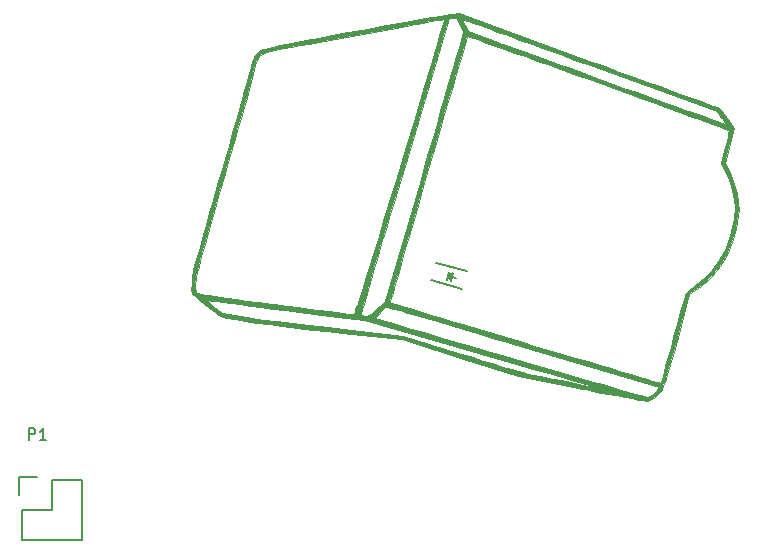
<source format=gbr>
G04 #@! TF.FileFunction,Legend,Top*
%FSLAX46Y46*%
G04 Gerber Fmt 4.6, Leading zero omitted, Abs format (unit mm)*
G04 Created by KiCad (PCBNEW 4.0.2+dfsg1-stable) date Wed 11 Jul 2018 09:54:29 PM CDT*
%MOMM*%
G01*
G04 APERTURE LIST*
%ADD10C,0.100000*%
%ADD11C,0.150000*%
%ADD12C,0.010000*%
G04 APERTURE END LIST*
D10*
D11*
X120180404Y-108260334D02*
X122788404Y-108959145D01*
X120568633Y-106811445D02*
X123176633Y-107510257D01*
X121784585Y-108069007D02*
X121849289Y-107827526D01*
X121849289Y-107827526D02*
X121665578Y-107933592D01*
X121672513Y-107521339D02*
X121491339Y-108197487D01*
X121920000Y-107950000D02*
X122258074Y-108040587D01*
X121581926Y-107859413D02*
X122010587Y-107611926D01*
X122010587Y-107611926D02*
X121829413Y-108288074D01*
X121829413Y-108288074D02*
X121581926Y-107859413D01*
D12*
G36*
X133523046Y-89656523D02*
X134835320Y-90131137D01*
X136103240Y-90589923D01*
X137317743Y-91029592D01*
X138469767Y-91446853D01*
X139550248Y-91838418D01*
X140550122Y-92200995D01*
X141460328Y-92531295D01*
X142271800Y-92826028D01*
X142975478Y-93081905D01*
X143562296Y-93295636D01*
X144023193Y-93463931D01*
X144349105Y-93583500D01*
X144530968Y-93651053D01*
X144567729Y-93665595D01*
X144617934Y-93736438D01*
X144749524Y-93916473D01*
X144942876Y-94178982D01*
X145178368Y-94497247D01*
X145193831Y-94518102D01*
X145812617Y-95352538D01*
X145061561Y-98353776D01*
X145295267Y-98761825D01*
X145583918Y-99367066D01*
X145829984Y-100078956D01*
X146021758Y-100844783D01*
X146147536Y-101611831D01*
X146195610Y-102327389D01*
X146179356Y-102743000D01*
X145990536Y-103916276D01*
X145654755Y-105042655D01*
X145181785Y-106105068D01*
X144581394Y-107086451D01*
X143863354Y-107969736D01*
X143037435Y-108737858D01*
X142535051Y-109108900D01*
X142025770Y-109453301D01*
X140935586Y-113393864D01*
X140681993Y-114308440D01*
X140467885Y-115074575D01*
X140288445Y-115707261D01*
X140138860Y-116221493D01*
X140014314Y-116632266D01*
X139909991Y-116954572D01*
X139821076Y-117203407D01*
X139742754Y-117393764D01*
X139670210Y-117540637D01*
X139598628Y-117659020D01*
X139538751Y-117743380D01*
X139137296Y-118153019D01*
X138662135Y-118416000D01*
X138472333Y-118473657D01*
X138361792Y-118464468D01*
X138099711Y-118424157D01*
X137700471Y-118355415D01*
X137178457Y-118260934D01*
X136548049Y-118143406D01*
X135823630Y-118005521D01*
X135019583Y-117849972D01*
X134150291Y-117679449D01*
X133230135Y-117496645D01*
X132926666Y-117435867D01*
X132207504Y-117291555D01*
X134055555Y-117291555D01*
X134067177Y-117341889D01*
X134112000Y-117348000D01*
X134181690Y-117317021D01*
X134168444Y-117291555D01*
X134067964Y-117281422D01*
X134055555Y-117291555D01*
X132207504Y-117291555D01*
X127550333Y-116357016D01*
X122639666Y-114812782D01*
X117729000Y-113268548D01*
X112649000Y-112728008D01*
X111338126Y-112584802D01*
X110040966Y-112435940D01*
X108775583Y-112283838D01*
X107560040Y-112130913D01*
X106412403Y-111979581D01*
X105350734Y-111832257D01*
X104393097Y-111691357D01*
X103557556Y-111559298D01*
X102862176Y-111438496D01*
X102531333Y-111374770D01*
X102390219Y-111308848D01*
X102147342Y-111157022D01*
X101832830Y-110939585D01*
X101476813Y-110676831D01*
X101346000Y-110576383D01*
X100867390Y-110207194D01*
X100503422Y-109925450D01*
X100501872Y-109924189D01*
X101126124Y-109924189D01*
X101182826Y-109980142D01*
X101344536Y-110118875D01*
X101584035Y-110317388D01*
X101784292Y-110480328D01*
X102453402Y-111020989D01*
X104998440Y-111432937D01*
X105959162Y-111579686D01*
X107084151Y-111735627D01*
X108368622Y-111900163D01*
X109807791Y-112072698D01*
X111396876Y-112252634D01*
X112678573Y-112391486D01*
X117813666Y-112938087D01*
X122682000Y-114473895D01*
X123693051Y-114792664D01*
X124562299Y-115065761D01*
X125309405Y-115298537D01*
X125954028Y-115496343D01*
X126515829Y-115664531D01*
X127014467Y-115808452D01*
X127469604Y-115933458D01*
X127900898Y-116044900D01*
X128328011Y-116148130D01*
X128770603Y-116248499D01*
X129248333Y-116351359D01*
X129780862Y-116462061D01*
X130387849Y-116585957D01*
X130598333Y-116628718D01*
X131533651Y-116817474D01*
X132308612Y-116971185D01*
X132928329Y-117090762D01*
X133397915Y-117177117D01*
X133722486Y-117231160D01*
X133907153Y-117253803D01*
X133957033Y-117245958D01*
X133900333Y-117217178D01*
X133809571Y-117190083D01*
X133566139Y-117119296D01*
X133180162Y-117007726D01*
X132661765Y-116858282D01*
X132021073Y-116673874D01*
X131268210Y-116457411D01*
X130413302Y-116211802D01*
X129466473Y-115939956D01*
X128437849Y-115644783D01*
X127337553Y-115329191D01*
X126175712Y-114996090D01*
X124962450Y-114648389D01*
X124163666Y-114419545D01*
X114511666Y-111654698D01*
X112946382Y-111450358D01*
X115405627Y-111450358D01*
X115440156Y-111463273D01*
X115537223Y-111494116D01*
X115702115Y-111544430D01*
X115940121Y-111615756D01*
X116256528Y-111709635D01*
X116656624Y-111827608D01*
X117145697Y-111971217D01*
X117729033Y-112142004D01*
X118411922Y-112341510D01*
X119199650Y-112571275D01*
X120097505Y-112832842D01*
X121110775Y-113127752D01*
X122244748Y-113457546D01*
X123504711Y-113823766D01*
X124895952Y-114227952D01*
X126423759Y-114671647D01*
X128093419Y-115156392D01*
X129910220Y-115683728D01*
X131879450Y-116255196D01*
X133858000Y-116829283D01*
X134690963Y-117069973D01*
X135479569Y-117295947D01*
X136207992Y-117502803D01*
X136860406Y-117686134D01*
X137420985Y-117841535D01*
X137873903Y-117964601D01*
X138203335Y-118050928D01*
X138393454Y-118096110D01*
X138430000Y-118101873D01*
X138649155Y-118062537D01*
X138887393Y-117957115D01*
X138895666Y-117952063D01*
X139119742Y-117765156D01*
X139292450Y-117546261D01*
X139435234Y-117297764D01*
X127947117Y-113891306D01*
X126593693Y-113490187D01*
X125284388Y-113102531D01*
X124028429Y-112731052D01*
X122835042Y-112378462D01*
X121713453Y-112047475D01*
X120672888Y-111740803D01*
X119722573Y-111461159D01*
X118871733Y-111211257D01*
X118129596Y-110993809D01*
X117505388Y-110811529D01*
X117008333Y-110667128D01*
X116647660Y-110563321D01*
X116432592Y-110502821D01*
X116371441Y-110487424D01*
X116277980Y-110542389D01*
X116113059Y-110681821D01*
X115910886Y-110871612D01*
X115705671Y-111077656D01*
X115531622Y-111265844D01*
X115422950Y-111402070D01*
X115405627Y-111450358D01*
X112946382Y-111450358D01*
X110838938Y-111175242D01*
X114177888Y-111175242D01*
X114284880Y-111222449D01*
X114495414Y-111247979D01*
X114580163Y-111249562D01*
X114751610Y-111238112D01*
X114903648Y-111192322D01*
X115071201Y-111091057D01*
X115289191Y-110913184D01*
X115592542Y-110637571D01*
X115594529Y-110635729D01*
X116124307Y-110144614D01*
X116701373Y-110144614D01*
X116702651Y-110146011D01*
X116805718Y-110178798D01*
X117058777Y-110255985D01*
X117450584Y-110374230D01*
X117969895Y-110530194D01*
X118605465Y-110720536D01*
X119346051Y-110941918D01*
X120180407Y-111190997D01*
X121097289Y-111464434D01*
X122085454Y-111758890D01*
X123133656Y-112071023D01*
X124230651Y-112397495D01*
X125365196Y-112734963D01*
X126526045Y-113080090D01*
X127701954Y-113429533D01*
X128881679Y-113779954D01*
X130053976Y-114128012D01*
X131207600Y-114470366D01*
X132331306Y-114803677D01*
X133413852Y-115124605D01*
X134443991Y-115429809D01*
X135410480Y-115715950D01*
X136302075Y-115979687D01*
X137107530Y-116217679D01*
X137815603Y-116426588D01*
X138415047Y-116603072D01*
X138894620Y-116743792D01*
X139243077Y-116845407D01*
X139449173Y-116904577D01*
X139503794Y-116919114D01*
X139609309Y-116854647D01*
X139648731Y-116776500D01*
X139680094Y-116665760D01*
X139751585Y-116409257D01*
X139858362Y-116024479D01*
X139995586Y-115528916D01*
X140158415Y-114940057D01*
X140342010Y-114275392D01*
X140541530Y-113552409D01*
X140673922Y-113072333D01*
X140880970Y-112321622D01*
X141075107Y-111618283D01*
X141251499Y-110979783D01*
X141405315Y-110423589D01*
X141531720Y-109967169D01*
X141625884Y-109627990D01*
X141682973Y-109423519D01*
X141697767Y-109371600D01*
X141785222Y-109260003D01*
X141979665Y-109090335D01*
X142244210Y-108893824D01*
X142334647Y-108832364D01*
X143166992Y-108180390D01*
X143911638Y-107398157D01*
X144555522Y-106507403D01*
X145085582Y-105529866D01*
X145488754Y-104487284D01*
X145751978Y-103401396D01*
X145802975Y-103060500D01*
X145850591Y-102025554D01*
X145729470Y-100989581D01*
X145439423Y-99951578D01*
X145037598Y-99022353D01*
X144698436Y-98349706D01*
X145054724Y-96974248D01*
X145169381Y-96515369D01*
X145261622Y-96114299D01*
X145325600Y-95799247D01*
X145355465Y-95598425D01*
X145352081Y-95539858D01*
X145264404Y-95502095D01*
X145028950Y-95411657D01*
X144656776Y-95272521D01*
X144158939Y-95088660D01*
X143546495Y-94864050D01*
X142830503Y-94602667D01*
X142022019Y-94308483D01*
X141132100Y-93985475D01*
X140171803Y-93637618D01*
X139152187Y-93268885D01*
X138084306Y-92883253D01*
X136979220Y-92484695D01*
X135847985Y-92077187D01*
X134701657Y-91664704D01*
X133551295Y-91251220D01*
X132407956Y-90840711D01*
X131282695Y-90437151D01*
X130186572Y-90044514D01*
X129130642Y-89666777D01*
X128125963Y-89307914D01*
X127183592Y-88971899D01*
X126314586Y-88662707D01*
X125530002Y-88384314D01*
X124840898Y-88140695D01*
X124258330Y-87935823D01*
X123793355Y-87773674D01*
X123457032Y-87658224D01*
X123260416Y-87593445D01*
X123211211Y-87580566D01*
X123182917Y-87665383D01*
X123110017Y-87903480D01*
X122995248Y-88285557D01*
X122841348Y-88802313D01*
X122651057Y-89444449D01*
X122427112Y-90202663D01*
X122172253Y-91067656D01*
X121889216Y-92030128D01*
X121580741Y-93080779D01*
X121249565Y-94210307D01*
X120898428Y-95409414D01*
X120530067Y-96668799D01*
X120147220Y-97979162D01*
X119888407Y-98865799D01*
X119382667Y-100601580D01*
X118918470Y-102200168D01*
X118496452Y-103659308D01*
X118117250Y-104976747D01*
X117781501Y-106150233D01*
X117489839Y-107177510D01*
X117242903Y-108056326D01*
X117041329Y-108784428D01*
X116885752Y-109359561D01*
X116776809Y-109779472D01*
X116715138Y-110041908D01*
X116701373Y-110144614D01*
X116124307Y-110144614D01*
X116254058Y-110024333D01*
X119173849Y-99991989D01*
X119550229Y-98698640D01*
X119918992Y-97431244D01*
X120276746Y-96201471D01*
X120620099Y-95020989D01*
X120945660Y-93901465D01*
X121250037Y-92854568D01*
X121529838Y-91891965D01*
X121781671Y-91025326D01*
X122002145Y-90266319D01*
X122187868Y-89626611D01*
X122335448Y-89117871D01*
X122441493Y-88751768D01*
X122489688Y-88584902D01*
X122885737Y-87210160D01*
X122598178Y-86615746D01*
X122449265Y-86316850D01*
X122347713Y-86152475D01*
X122782289Y-86152475D01*
X122803772Y-86232312D01*
X122885776Y-86421339D01*
X123010255Y-86678042D01*
X123264931Y-87182552D01*
X125534632Y-88000809D01*
X125930893Y-88143693D01*
X126472282Y-88338949D01*
X127144649Y-88581471D01*
X127933841Y-88866154D01*
X128825707Y-89187893D01*
X129806095Y-89541582D01*
X130860854Y-89922115D01*
X131975833Y-90324388D01*
X133136879Y-90743294D01*
X134329841Y-91173729D01*
X135540569Y-91610586D01*
X136440333Y-91935250D01*
X137599148Y-92353129D01*
X138712771Y-92754196D01*
X139770925Y-93134777D01*
X140763332Y-93491198D01*
X141679713Y-93819786D01*
X142509790Y-94116866D01*
X143243285Y-94378764D01*
X143869920Y-94601807D01*
X144379415Y-94782319D01*
X144761494Y-94916627D01*
X145005877Y-95001057D01*
X145102287Y-95031935D01*
X145103382Y-95031945D01*
X145070011Y-94959954D01*
X144957327Y-94786236D01*
X144787558Y-94544579D01*
X144737010Y-94475061D01*
X144343588Y-93937666D01*
X133576294Y-90034542D01*
X132280408Y-89565009D01*
X131028706Y-89111921D01*
X129830379Y-88678584D01*
X128694617Y-88268302D01*
X127630610Y-87884381D01*
X126647547Y-87530126D01*
X125754620Y-87208843D01*
X124961018Y-86923836D01*
X124275932Y-86678412D01*
X123708552Y-86475875D01*
X123268067Y-86319530D01*
X122963669Y-86212682D01*
X122804546Y-86158638D01*
X122782289Y-86152475D01*
X122347713Y-86152475D01*
X122339942Y-86139898D01*
X122238699Y-86053152D01*
X122114024Y-86024872D01*
X122009476Y-86022789D01*
X121708333Y-86024245D01*
X117919391Y-98561365D01*
X117492746Y-99974565D01*
X117080219Y-101343910D01*
X116684418Y-102660610D01*
X116307951Y-103915874D01*
X115953425Y-105100910D01*
X115623448Y-106206929D01*
X115320627Y-107225138D01*
X115047570Y-108146749D01*
X114806884Y-108962968D01*
X114601177Y-109665006D01*
X114433056Y-110244072D01*
X114305129Y-110691375D01*
X114220003Y-110998124D01*
X114180286Y-111155528D01*
X114177888Y-111175242D01*
X110838938Y-111175242D01*
X107824366Y-110781705D01*
X106780784Y-110645678D01*
X105786871Y-110516527D01*
X104855247Y-110395869D01*
X103998532Y-110285319D01*
X103229346Y-110186492D01*
X102560309Y-110101005D01*
X102004040Y-110030473D01*
X101573160Y-109976511D01*
X101280289Y-109940735D01*
X101138047Y-109924761D01*
X101126124Y-109924189D01*
X100501872Y-109924189D01*
X100238663Y-109710180D01*
X100057676Y-109540415D01*
X99945028Y-109395183D01*
X99885283Y-109253516D01*
X99863007Y-109094442D01*
X99862766Y-108896992D01*
X99867597Y-108701801D01*
X100162590Y-108701801D01*
X100163371Y-108862929D01*
X100179909Y-108992594D01*
X100209946Y-109100160D01*
X100251218Y-109194991D01*
X100264193Y-109220000D01*
X100287266Y-109259249D01*
X100319585Y-109294981D01*
X100372343Y-109329006D01*
X100456731Y-109363133D01*
X100583941Y-109399172D01*
X100765165Y-109438932D01*
X101011595Y-109484223D01*
X101334423Y-109536854D01*
X101744840Y-109598635D01*
X102254038Y-109671375D01*
X102873209Y-109756884D01*
X103613545Y-109856971D01*
X104486238Y-109973445D01*
X105502479Y-110108117D01*
X106673461Y-110262795D01*
X106894009Y-110291908D01*
X107928189Y-110427985D01*
X108915794Y-110557090D01*
X109843656Y-110677554D01*
X110698610Y-110787705D01*
X111467488Y-110885875D01*
X112137126Y-110970392D01*
X112694355Y-111039588D01*
X113126011Y-111091791D01*
X113418927Y-111125333D01*
X113559936Y-111138542D01*
X113569043Y-111138575D01*
X113596048Y-111118243D01*
X113633739Y-111056367D01*
X113684355Y-110945848D01*
X113750136Y-110779587D01*
X113833322Y-110550486D01*
X113936153Y-110251446D01*
X114060868Y-109875371D01*
X114209707Y-109415160D01*
X114384910Y-108863716D01*
X114588716Y-108213941D01*
X114823366Y-107458736D01*
X115091099Y-106591003D01*
X115394156Y-105603644D01*
X115734774Y-104489560D01*
X116115196Y-103241653D01*
X116537659Y-101852824D01*
X117004405Y-100315976D01*
X117513835Y-98636666D01*
X117941049Y-97227333D01*
X118354519Y-95862513D01*
X118751606Y-94550959D01*
X119129667Y-93301428D01*
X119486063Y-92122675D01*
X119818153Y-91023453D01*
X120123296Y-90012519D01*
X120398851Y-89098628D01*
X120642178Y-88290534D01*
X120850636Y-87596993D01*
X121021584Y-87026759D01*
X121152382Y-86588589D01*
X121240389Y-86291235D01*
X121282964Y-86143455D01*
X121286658Y-86128088D01*
X121204039Y-86140458D01*
X120969363Y-86180950D01*
X120597084Y-86246914D01*
X120101659Y-86335703D01*
X119497542Y-86444668D01*
X118799191Y-86571160D01*
X118021061Y-86712531D01*
X117177607Y-86866131D01*
X116283287Y-87029313D01*
X115352554Y-87199428D01*
X114399867Y-87373827D01*
X113439679Y-87549861D01*
X112486447Y-87724883D01*
X111554628Y-87896243D01*
X110658676Y-88061292D01*
X109813047Y-88217383D01*
X109032199Y-88361866D01*
X108330585Y-88492092D01*
X107722663Y-88605415D01*
X107222888Y-88699184D01*
X106845716Y-88770751D01*
X106605602Y-88817467D01*
X106579352Y-88822768D01*
X106157257Y-88931249D01*
X105838331Y-89078446D01*
X105599595Y-89291304D01*
X105418068Y-89596770D01*
X105270770Y-90021791D01*
X105156654Y-90491035D01*
X105110782Y-90675300D01*
X105021202Y-91010076D01*
X104891340Y-91483232D01*
X104724627Y-92082637D01*
X104524490Y-92796162D01*
X104294357Y-93611675D01*
X104037656Y-94517047D01*
X103757816Y-95500147D01*
X103458266Y-96548846D01*
X103142432Y-97651012D01*
X102813743Y-98794516D01*
X102615270Y-99483333D01*
X102205430Y-100905612D01*
X101840743Y-102174695D01*
X101518947Y-103299946D01*
X101237782Y-104290730D01*
X100994986Y-105156410D01*
X100788299Y-105906350D01*
X100615459Y-106549915D01*
X100474205Y-107096468D01*
X100362276Y-107555373D01*
X100277412Y-107935995D01*
X100217350Y-108247698D01*
X100179830Y-108499845D01*
X100162590Y-108701801D01*
X99867597Y-108701801D01*
X99869123Y-108640197D01*
X99869894Y-108570899D01*
X99871243Y-108436398D01*
X99875173Y-108307531D01*
X99884329Y-108174240D01*
X99901352Y-108026466D01*
X99928886Y-107854151D01*
X99969575Y-107647237D01*
X100026061Y-107395666D01*
X100100988Y-107089380D01*
X100196999Y-106718321D01*
X100316737Y-106272429D01*
X100462845Y-105741649D01*
X100637967Y-105115920D01*
X100844746Y-104385185D01*
X101085825Y-103539386D01*
X101363847Y-102568465D01*
X101681455Y-101462364D01*
X102041293Y-100211024D01*
X102335916Y-99187000D01*
X102674208Y-98009798D01*
X103000721Y-96870729D01*
X103312204Y-95781291D01*
X103605406Y-94752981D01*
X103877075Y-93797297D01*
X104123959Y-92925735D01*
X104342808Y-92149793D01*
X104530371Y-91480969D01*
X104683394Y-90930759D01*
X104798629Y-90510661D01*
X104872822Y-90232173D01*
X104900944Y-90116616D01*
X105047934Y-89577865D01*
X105251297Y-89177620D01*
X105527324Y-88889865D01*
X105757519Y-88748785D01*
X105875439Y-88704477D01*
X106081329Y-88646456D01*
X106382769Y-88573199D01*
X106787334Y-88483185D01*
X107302603Y-88374889D01*
X107936153Y-88246790D01*
X108695562Y-88097364D01*
X109588408Y-87925090D01*
X110622267Y-87728443D01*
X111804718Y-87505901D01*
X113143338Y-87255942D01*
X113716186Y-87149431D01*
X114838978Y-86941679D01*
X115924614Y-86742335D01*
X116960144Y-86553690D01*
X117932621Y-86378033D01*
X118829096Y-86217654D01*
X119636622Y-86074844D01*
X120342251Y-85951893D01*
X120933034Y-85851091D01*
X121396023Y-85774728D01*
X121718270Y-85725094D01*
X121885339Y-85704573D01*
X122485678Y-85665521D01*
X133523046Y-89656523D01*
X133523046Y-89656523D01*
G37*
X133523046Y-89656523D02*
X134835320Y-90131137D01*
X136103240Y-90589923D01*
X137317743Y-91029592D01*
X138469767Y-91446853D01*
X139550248Y-91838418D01*
X140550122Y-92200995D01*
X141460328Y-92531295D01*
X142271800Y-92826028D01*
X142975478Y-93081905D01*
X143562296Y-93295636D01*
X144023193Y-93463931D01*
X144349105Y-93583500D01*
X144530968Y-93651053D01*
X144567729Y-93665595D01*
X144617934Y-93736438D01*
X144749524Y-93916473D01*
X144942876Y-94178982D01*
X145178368Y-94497247D01*
X145193831Y-94518102D01*
X145812617Y-95352538D01*
X145061561Y-98353776D01*
X145295267Y-98761825D01*
X145583918Y-99367066D01*
X145829984Y-100078956D01*
X146021758Y-100844783D01*
X146147536Y-101611831D01*
X146195610Y-102327389D01*
X146179356Y-102743000D01*
X145990536Y-103916276D01*
X145654755Y-105042655D01*
X145181785Y-106105068D01*
X144581394Y-107086451D01*
X143863354Y-107969736D01*
X143037435Y-108737858D01*
X142535051Y-109108900D01*
X142025770Y-109453301D01*
X140935586Y-113393864D01*
X140681993Y-114308440D01*
X140467885Y-115074575D01*
X140288445Y-115707261D01*
X140138860Y-116221493D01*
X140014314Y-116632266D01*
X139909991Y-116954572D01*
X139821076Y-117203407D01*
X139742754Y-117393764D01*
X139670210Y-117540637D01*
X139598628Y-117659020D01*
X139538751Y-117743380D01*
X139137296Y-118153019D01*
X138662135Y-118416000D01*
X138472333Y-118473657D01*
X138361792Y-118464468D01*
X138099711Y-118424157D01*
X137700471Y-118355415D01*
X137178457Y-118260934D01*
X136548049Y-118143406D01*
X135823630Y-118005521D01*
X135019583Y-117849972D01*
X134150291Y-117679449D01*
X133230135Y-117496645D01*
X132926666Y-117435867D01*
X132207504Y-117291555D01*
X134055555Y-117291555D01*
X134067177Y-117341889D01*
X134112000Y-117348000D01*
X134181690Y-117317021D01*
X134168444Y-117291555D01*
X134067964Y-117281422D01*
X134055555Y-117291555D01*
X132207504Y-117291555D01*
X127550333Y-116357016D01*
X122639666Y-114812782D01*
X117729000Y-113268548D01*
X112649000Y-112728008D01*
X111338126Y-112584802D01*
X110040966Y-112435940D01*
X108775583Y-112283838D01*
X107560040Y-112130913D01*
X106412403Y-111979581D01*
X105350734Y-111832257D01*
X104393097Y-111691357D01*
X103557556Y-111559298D01*
X102862176Y-111438496D01*
X102531333Y-111374770D01*
X102390219Y-111308848D01*
X102147342Y-111157022D01*
X101832830Y-110939585D01*
X101476813Y-110676831D01*
X101346000Y-110576383D01*
X100867390Y-110207194D01*
X100503422Y-109925450D01*
X100501872Y-109924189D01*
X101126124Y-109924189D01*
X101182826Y-109980142D01*
X101344536Y-110118875D01*
X101584035Y-110317388D01*
X101784292Y-110480328D01*
X102453402Y-111020989D01*
X104998440Y-111432937D01*
X105959162Y-111579686D01*
X107084151Y-111735627D01*
X108368622Y-111900163D01*
X109807791Y-112072698D01*
X111396876Y-112252634D01*
X112678573Y-112391486D01*
X117813666Y-112938087D01*
X122682000Y-114473895D01*
X123693051Y-114792664D01*
X124562299Y-115065761D01*
X125309405Y-115298537D01*
X125954028Y-115496343D01*
X126515829Y-115664531D01*
X127014467Y-115808452D01*
X127469604Y-115933458D01*
X127900898Y-116044900D01*
X128328011Y-116148130D01*
X128770603Y-116248499D01*
X129248333Y-116351359D01*
X129780862Y-116462061D01*
X130387849Y-116585957D01*
X130598333Y-116628718D01*
X131533651Y-116817474D01*
X132308612Y-116971185D01*
X132928329Y-117090762D01*
X133397915Y-117177117D01*
X133722486Y-117231160D01*
X133907153Y-117253803D01*
X133957033Y-117245958D01*
X133900333Y-117217178D01*
X133809571Y-117190083D01*
X133566139Y-117119296D01*
X133180162Y-117007726D01*
X132661765Y-116858282D01*
X132021073Y-116673874D01*
X131268210Y-116457411D01*
X130413302Y-116211802D01*
X129466473Y-115939956D01*
X128437849Y-115644783D01*
X127337553Y-115329191D01*
X126175712Y-114996090D01*
X124962450Y-114648389D01*
X124163666Y-114419545D01*
X114511666Y-111654698D01*
X112946382Y-111450358D01*
X115405627Y-111450358D01*
X115440156Y-111463273D01*
X115537223Y-111494116D01*
X115702115Y-111544430D01*
X115940121Y-111615756D01*
X116256528Y-111709635D01*
X116656624Y-111827608D01*
X117145697Y-111971217D01*
X117729033Y-112142004D01*
X118411922Y-112341510D01*
X119199650Y-112571275D01*
X120097505Y-112832842D01*
X121110775Y-113127752D01*
X122244748Y-113457546D01*
X123504711Y-113823766D01*
X124895952Y-114227952D01*
X126423759Y-114671647D01*
X128093419Y-115156392D01*
X129910220Y-115683728D01*
X131879450Y-116255196D01*
X133858000Y-116829283D01*
X134690963Y-117069973D01*
X135479569Y-117295947D01*
X136207992Y-117502803D01*
X136860406Y-117686134D01*
X137420985Y-117841535D01*
X137873903Y-117964601D01*
X138203335Y-118050928D01*
X138393454Y-118096110D01*
X138430000Y-118101873D01*
X138649155Y-118062537D01*
X138887393Y-117957115D01*
X138895666Y-117952063D01*
X139119742Y-117765156D01*
X139292450Y-117546261D01*
X139435234Y-117297764D01*
X127947117Y-113891306D01*
X126593693Y-113490187D01*
X125284388Y-113102531D01*
X124028429Y-112731052D01*
X122835042Y-112378462D01*
X121713453Y-112047475D01*
X120672888Y-111740803D01*
X119722573Y-111461159D01*
X118871733Y-111211257D01*
X118129596Y-110993809D01*
X117505388Y-110811529D01*
X117008333Y-110667128D01*
X116647660Y-110563321D01*
X116432592Y-110502821D01*
X116371441Y-110487424D01*
X116277980Y-110542389D01*
X116113059Y-110681821D01*
X115910886Y-110871612D01*
X115705671Y-111077656D01*
X115531622Y-111265844D01*
X115422950Y-111402070D01*
X115405627Y-111450358D01*
X112946382Y-111450358D01*
X110838938Y-111175242D01*
X114177888Y-111175242D01*
X114284880Y-111222449D01*
X114495414Y-111247979D01*
X114580163Y-111249562D01*
X114751610Y-111238112D01*
X114903648Y-111192322D01*
X115071201Y-111091057D01*
X115289191Y-110913184D01*
X115592542Y-110637571D01*
X115594529Y-110635729D01*
X116124307Y-110144614D01*
X116701373Y-110144614D01*
X116702651Y-110146011D01*
X116805718Y-110178798D01*
X117058777Y-110255985D01*
X117450584Y-110374230D01*
X117969895Y-110530194D01*
X118605465Y-110720536D01*
X119346051Y-110941918D01*
X120180407Y-111190997D01*
X121097289Y-111464434D01*
X122085454Y-111758890D01*
X123133656Y-112071023D01*
X124230651Y-112397495D01*
X125365196Y-112734963D01*
X126526045Y-113080090D01*
X127701954Y-113429533D01*
X128881679Y-113779954D01*
X130053976Y-114128012D01*
X131207600Y-114470366D01*
X132331306Y-114803677D01*
X133413852Y-115124605D01*
X134443991Y-115429809D01*
X135410480Y-115715950D01*
X136302075Y-115979687D01*
X137107530Y-116217679D01*
X137815603Y-116426588D01*
X138415047Y-116603072D01*
X138894620Y-116743792D01*
X139243077Y-116845407D01*
X139449173Y-116904577D01*
X139503794Y-116919114D01*
X139609309Y-116854647D01*
X139648731Y-116776500D01*
X139680094Y-116665760D01*
X139751585Y-116409257D01*
X139858362Y-116024479D01*
X139995586Y-115528916D01*
X140158415Y-114940057D01*
X140342010Y-114275392D01*
X140541530Y-113552409D01*
X140673922Y-113072333D01*
X140880970Y-112321622D01*
X141075107Y-111618283D01*
X141251499Y-110979783D01*
X141405315Y-110423589D01*
X141531720Y-109967169D01*
X141625884Y-109627990D01*
X141682973Y-109423519D01*
X141697767Y-109371600D01*
X141785222Y-109260003D01*
X141979665Y-109090335D01*
X142244210Y-108893824D01*
X142334647Y-108832364D01*
X143166992Y-108180390D01*
X143911638Y-107398157D01*
X144555522Y-106507403D01*
X145085582Y-105529866D01*
X145488754Y-104487284D01*
X145751978Y-103401396D01*
X145802975Y-103060500D01*
X145850591Y-102025554D01*
X145729470Y-100989581D01*
X145439423Y-99951578D01*
X145037598Y-99022353D01*
X144698436Y-98349706D01*
X145054724Y-96974248D01*
X145169381Y-96515369D01*
X145261622Y-96114299D01*
X145325600Y-95799247D01*
X145355465Y-95598425D01*
X145352081Y-95539858D01*
X145264404Y-95502095D01*
X145028950Y-95411657D01*
X144656776Y-95272521D01*
X144158939Y-95088660D01*
X143546495Y-94864050D01*
X142830503Y-94602667D01*
X142022019Y-94308483D01*
X141132100Y-93985475D01*
X140171803Y-93637618D01*
X139152187Y-93268885D01*
X138084306Y-92883253D01*
X136979220Y-92484695D01*
X135847985Y-92077187D01*
X134701657Y-91664704D01*
X133551295Y-91251220D01*
X132407956Y-90840711D01*
X131282695Y-90437151D01*
X130186572Y-90044514D01*
X129130642Y-89666777D01*
X128125963Y-89307914D01*
X127183592Y-88971899D01*
X126314586Y-88662707D01*
X125530002Y-88384314D01*
X124840898Y-88140695D01*
X124258330Y-87935823D01*
X123793355Y-87773674D01*
X123457032Y-87658224D01*
X123260416Y-87593445D01*
X123211211Y-87580566D01*
X123182917Y-87665383D01*
X123110017Y-87903480D01*
X122995248Y-88285557D01*
X122841348Y-88802313D01*
X122651057Y-89444449D01*
X122427112Y-90202663D01*
X122172253Y-91067656D01*
X121889216Y-92030128D01*
X121580741Y-93080779D01*
X121249565Y-94210307D01*
X120898428Y-95409414D01*
X120530067Y-96668799D01*
X120147220Y-97979162D01*
X119888407Y-98865799D01*
X119382667Y-100601580D01*
X118918470Y-102200168D01*
X118496452Y-103659308D01*
X118117250Y-104976747D01*
X117781501Y-106150233D01*
X117489839Y-107177510D01*
X117242903Y-108056326D01*
X117041329Y-108784428D01*
X116885752Y-109359561D01*
X116776809Y-109779472D01*
X116715138Y-110041908D01*
X116701373Y-110144614D01*
X116124307Y-110144614D01*
X116254058Y-110024333D01*
X119173849Y-99991989D01*
X119550229Y-98698640D01*
X119918992Y-97431244D01*
X120276746Y-96201471D01*
X120620099Y-95020989D01*
X120945660Y-93901465D01*
X121250037Y-92854568D01*
X121529838Y-91891965D01*
X121781671Y-91025326D01*
X122002145Y-90266319D01*
X122187868Y-89626611D01*
X122335448Y-89117871D01*
X122441493Y-88751768D01*
X122489688Y-88584902D01*
X122885737Y-87210160D01*
X122598178Y-86615746D01*
X122449265Y-86316850D01*
X122347713Y-86152475D01*
X122782289Y-86152475D01*
X122803772Y-86232312D01*
X122885776Y-86421339D01*
X123010255Y-86678042D01*
X123264931Y-87182552D01*
X125534632Y-88000809D01*
X125930893Y-88143693D01*
X126472282Y-88338949D01*
X127144649Y-88581471D01*
X127933841Y-88866154D01*
X128825707Y-89187893D01*
X129806095Y-89541582D01*
X130860854Y-89922115D01*
X131975833Y-90324388D01*
X133136879Y-90743294D01*
X134329841Y-91173729D01*
X135540569Y-91610586D01*
X136440333Y-91935250D01*
X137599148Y-92353129D01*
X138712771Y-92754196D01*
X139770925Y-93134777D01*
X140763332Y-93491198D01*
X141679713Y-93819786D01*
X142509790Y-94116866D01*
X143243285Y-94378764D01*
X143869920Y-94601807D01*
X144379415Y-94782319D01*
X144761494Y-94916627D01*
X145005877Y-95001057D01*
X145102287Y-95031935D01*
X145103382Y-95031945D01*
X145070011Y-94959954D01*
X144957327Y-94786236D01*
X144787558Y-94544579D01*
X144737010Y-94475061D01*
X144343588Y-93937666D01*
X133576294Y-90034542D01*
X132280408Y-89565009D01*
X131028706Y-89111921D01*
X129830379Y-88678584D01*
X128694617Y-88268302D01*
X127630610Y-87884381D01*
X126647547Y-87530126D01*
X125754620Y-87208843D01*
X124961018Y-86923836D01*
X124275932Y-86678412D01*
X123708552Y-86475875D01*
X123268067Y-86319530D01*
X122963669Y-86212682D01*
X122804546Y-86158638D01*
X122782289Y-86152475D01*
X122347713Y-86152475D01*
X122339942Y-86139898D01*
X122238699Y-86053152D01*
X122114024Y-86024872D01*
X122009476Y-86022789D01*
X121708333Y-86024245D01*
X117919391Y-98561365D01*
X117492746Y-99974565D01*
X117080219Y-101343910D01*
X116684418Y-102660610D01*
X116307951Y-103915874D01*
X115953425Y-105100910D01*
X115623448Y-106206929D01*
X115320627Y-107225138D01*
X115047570Y-108146749D01*
X114806884Y-108962968D01*
X114601177Y-109665006D01*
X114433056Y-110244072D01*
X114305129Y-110691375D01*
X114220003Y-110998124D01*
X114180286Y-111155528D01*
X114177888Y-111175242D01*
X110838938Y-111175242D01*
X107824366Y-110781705D01*
X106780784Y-110645678D01*
X105786871Y-110516527D01*
X104855247Y-110395869D01*
X103998532Y-110285319D01*
X103229346Y-110186492D01*
X102560309Y-110101005D01*
X102004040Y-110030473D01*
X101573160Y-109976511D01*
X101280289Y-109940735D01*
X101138047Y-109924761D01*
X101126124Y-109924189D01*
X100501872Y-109924189D01*
X100238663Y-109710180D01*
X100057676Y-109540415D01*
X99945028Y-109395183D01*
X99885283Y-109253516D01*
X99863007Y-109094442D01*
X99862766Y-108896992D01*
X99867597Y-108701801D01*
X100162590Y-108701801D01*
X100163371Y-108862929D01*
X100179909Y-108992594D01*
X100209946Y-109100160D01*
X100251218Y-109194991D01*
X100264193Y-109220000D01*
X100287266Y-109259249D01*
X100319585Y-109294981D01*
X100372343Y-109329006D01*
X100456731Y-109363133D01*
X100583941Y-109399172D01*
X100765165Y-109438932D01*
X101011595Y-109484223D01*
X101334423Y-109536854D01*
X101744840Y-109598635D01*
X102254038Y-109671375D01*
X102873209Y-109756884D01*
X103613545Y-109856971D01*
X104486238Y-109973445D01*
X105502479Y-110108117D01*
X106673461Y-110262795D01*
X106894009Y-110291908D01*
X107928189Y-110427985D01*
X108915794Y-110557090D01*
X109843656Y-110677554D01*
X110698610Y-110787705D01*
X111467488Y-110885875D01*
X112137126Y-110970392D01*
X112694355Y-111039588D01*
X113126011Y-111091791D01*
X113418927Y-111125333D01*
X113559936Y-111138542D01*
X113569043Y-111138575D01*
X113596048Y-111118243D01*
X113633739Y-111056367D01*
X113684355Y-110945848D01*
X113750136Y-110779587D01*
X113833322Y-110550486D01*
X113936153Y-110251446D01*
X114060868Y-109875371D01*
X114209707Y-109415160D01*
X114384910Y-108863716D01*
X114588716Y-108213941D01*
X114823366Y-107458736D01*
X115091099Y-106591003D01*
X115394156Y-105603644D01*
X115734774Y-104489560D01*
X116115196Y-103241653D01*
X116537659Y-101852824D01*
X117004405Y-100315976D01*
X117513835Y-98636666D01*
X117941049Y-97227333D01*
X118354519Y-95862513D01*
X118751606Y-94550959D01*
X119129667Y-93301428D01*
X119486063Y-92122675D01*
X119818153Y-91023453D01*
X120123296Y-90012519D01*
X120398851Y-89098628D01*
X120642178Y-88290534D01*
X120850636Y-87596993D01*
X121021584Y-87026759D01*
X121152382Y-86588589D01*
X121240389Y-86291235D01*
X121282964Y-86143455D01*
X121286658Y-86128088D01*
X121204039Y-86140458D01*
X120969363Y-86180950D01*
X120597084Y-86246914D01*
X120101659Y-86335703D01*
X119497542Y-86444668D01*
X118799191Y-86571160D01*
X118021061Y-86712531D01*
X117177607Y-86866131D01*
X116283287Y-87029313D01*
X115352554Y-87199428D01*
X114399867Y-87373827D01*
X113439679Y-87549861D01*
X112486447Y-87724883D01*
X111554628Y-87896243D01*
X110658676Y-88061292D01*
X109813047Y-88217383D01*
X109032199Y-88361866D01*
X108330585Y-88492092D01*
X107722663Y-88605415D01*
X107222888Y-88699184D01*
X106845716Y-88770751D01*
X106605602Y-88817467D01*
X106579352Y-88822768D01*
X106157257Y-88931249D01*
X105838331Y-89078446D01*
X105599595Y-89291304D01*
X105418068Y-89596770D01*
X105270770Y-90021791D01*
X105156654Y-90491035D01*
X105110782Y-90675300D01*
X105021202Y-91010076D01*
X104891340Y-91483232D01*
X104724627Y-92082637D01*
X104524490Y-92796162D01*
X104294357Y-93611675D01*
X104037656Y-94517047D01*
X103757816Y-95500147D01*
X103458266Y-96548846D01*
X103142432Y-97651012D01*
X102813743Y-98794516D01*
X102615270Y-99483333D01*
X102205430Y-100905612D01*
X101840743Y-102174695D01*
X101518947Y-103299946D01*
X101237782Y-104290730D01*
X100994986Y-105156410D01*
X100788299Y-105906350D01*
X100615459Y-106549915D01*
X100474205Y-107096468D01*
X100362276Y-107555373D01*
X100277412Y-107935995D01*
X100217350Y-108247698D01*
X100179830Y-108499845D01*
X100162590Y-108701801D01*
X99867597Y-108701801D01*
X99869123Y-108640197D01*
X99869894Y-108570899D01*
X99871243Y-108436398D01*
X99875173Y-108307531D01*
X99884329Y-108174240D01*
X99901352Y-108026466D01*
X99928886Y-107854151D01*
X99969575Y-107647237D01*
X100026061Y-107395666D01*
X100100988Y-107089380D01*
X100196999Y-106718321D01*
X100316737Y-106272429D01*
X100462845Y-105741649D01*
X100637967Y-105115920D01*
X100844746Y-104385185D01*
X101085825Y-103539386D01*
X101363847Y-102568465D01*
X101681455Y-101462364D01*
X102041293Y-100211024D01*
X102335916Y-99187000D01*
X102674208Y-98009798D01*
X103000721Y-96870729D01*
X103312204Y-95781291D01*
X103605406Y-94752981D01*
X103877075Y-93797297D01*
X104123959Y-92925735D01*
X104342808Y-92149793D01*
X104530371Y-91480969D01*
X104683394Y-90930759D01*
X104798629Y-90510661D01*
X104872822Y-90232173D01*
X104900944Y-90116616D01*
X105047934Y-89577865D01*
X105251297Y-89177620D01*
X105527324Y-88889865D01*
X105757519Y-88748785D01*
X105875439Y-88704477D01*
X106081329Y-88646456D01*
X106382769Y-88573199D01*
X106787334Y-88483185D01*
X107302603Y-88374889D01*
X107936153Y-88246790D01*
X108695562Y-88097364D01*
X109588408Y-87925090D01*
X110622267Y-87728443D01*
X111804718Y-87505901D01*
X113143338Y-87255942D01*
X113716186Y-87149431D01*
X114838978Y-86941679D01*
X115924614Y-86742335D01*
X116960144Y-86553690D01*
X117932621Y-86378033D01*
X118829096Y-86217654D01*
X119636622Y-86074844D01*
X120342251Y-85951893D01*
X120933034Y-85851091D01*
X121396023Y-85774728D01*
X121718270Y-85725094D01*
X121885339Y-85704573D01*
X122485678Y-85665521D01*
X133523046Y-89656523D01*
D11*
X85254500Y-126428500D02*
X85254500Y-124878500D01*
X86804500Y-124878500D02*
X85254500Y-124878500D01*
X85534500Y-127698500D02*
X88074500Y-127698500D01*
X88074500Y-127698500D02*
X88074500Y-125158500D01*
X88074500Y-125158500D02*
X90614500Y-125158500D01*
X90614500Y-125158500D02*
X90614500Y-130238500D01*
X90614500Y-130238500D02*
X85534500Y-130238500D01*
X85534500Y-130238500D02*
X85534500Y-127698500D01*
X86066405Y-121780881D02*
X86066405Y-120780881D01*
X86447358Y-120780881D01*
X86542596Y-120828500D01*
X86590215Y-120876119D01*
X86637834Y-120971357D01*
X86637834Y-121114214D01*
X86590215Y-121209452D01*
X86542596Y-121257071D01*
X86447358Y-121304690D01*
X86066405Y-121304690D01*
X87590215Y-121780881D02*
X87018786Y-121780881D01*
X87304500Y-121780881D02*
X87304500Y-120780881D01*
X87209262Y-120923738D01*
X87114024Y-121018976D01*
X87018786Y-121066595D01*
M02*

</source>
